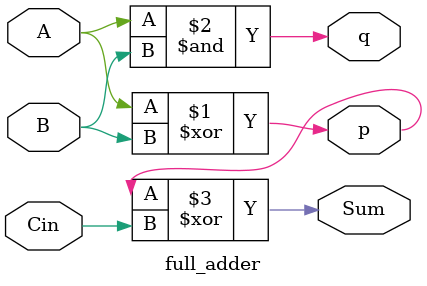
<source format=v>
`timescale 1ns / 1ps

module full_adder(input A,input B,input Cin, output p, output q, output Sum);
    assign p = A^B;
    assign q = A&B;
    assign Sum = p^Cin;
endmodule

</source>
